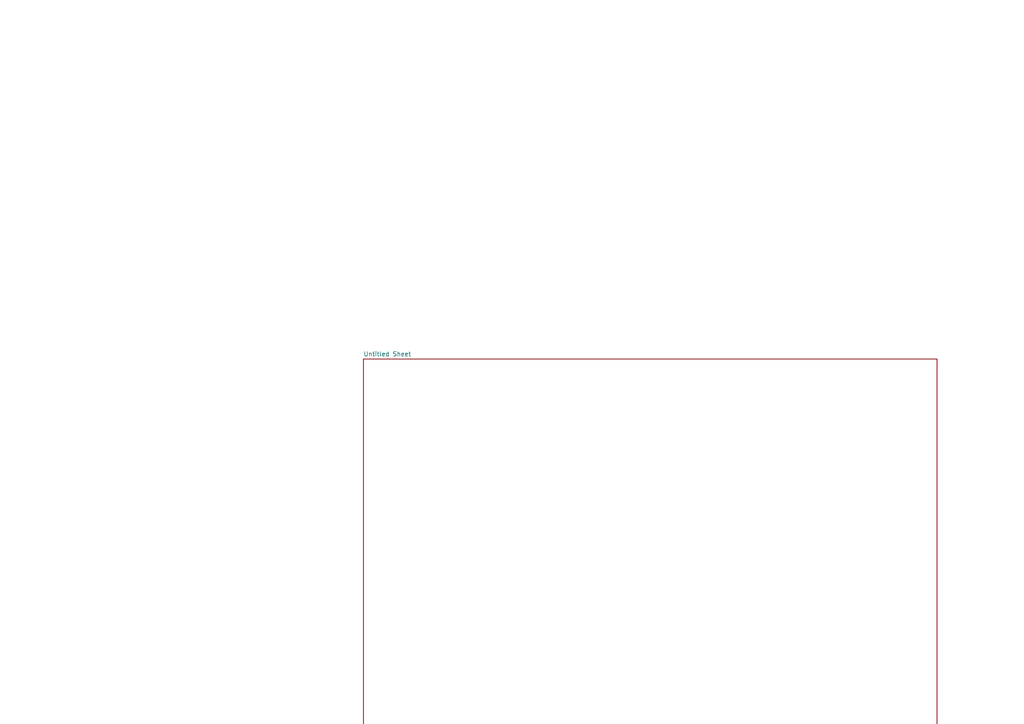
<source format=kicad_sch>
(kicad_sch
	(version 20250114)
	(generator "eeschema")
	(generator_version "9.0")
	(uuid "c90cde14-dc3a-4647-9404-a27d14c7a111")
	(paper "A4")
	(lib_symbols)
	(sheet
		(at 105.41 104.14)
		(size 166.37 119.38)
		(exclude_from_sim no)
		(in_bom yes)
		(on_board yes)
		(dnp no)
		(fields_autoplaced yes)
		(stroke
			(width 0.1524)
			(type solid)
		)
		(fill
			(color 0 0 0 0.0000)
		)
		(uuid "b9ae14ad-7a93-4a7d-9618-06e9041e879e")
		(property "Sheetname" "Untitled Sheet"
			(at 105.41 103.4284 0)
			(effects
				(font
					(size 1.27 1.27)
				)
				(justify left bottom)
			)
		)
		(property "Sheetfile" "../modules/tps560430_buck_boost_converter/tps560430.kicad_sch"
			(at 105.41 224.1046 0)
			(effects
				(font
					(size 1.27 1.27)
				)
				(justify left top)
			)
		)
		(instances
			(project "library_maintenance_project"
				(path "/c90cde14-dc3a-4647-9404-a27d14c7a111"
					(page "2")
				)
			)
		)
	)
	(sheet_instances
		(path "/"
			(page "1")
		)
	)
	(embedded_fonts no)
)

</source>
